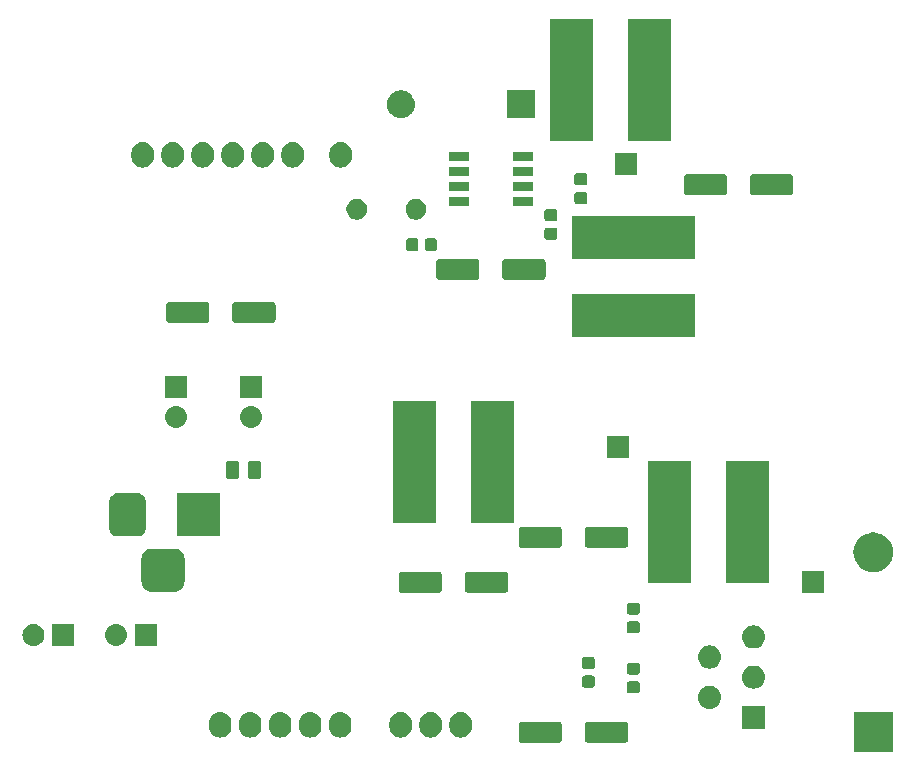
<source format=gts>
G04 #@! TF.GenerationSoftware,KiCad,Pcbnew,5.0.2+dfsg1-1~bpo9+1*
G04 #@! TF.CreationDate,2019-12-06T02:16:18-05:00*
G04 #@! TF.ProjectId,uno,756e6f2e-6b69-4636-9164-5f7063625858,v1.0*
G04 #@! TF.SameCoordinates,Original*
G04 #@! TF.FileFunction,Soldermask,Top*
G04 #@! TF.FilePolarity,Negative*
%FSLAX46Y46*%
G04 Gerber Fmt 4.6, Leading zero omitted, Abs format (unit mm)*
G04 Created by KiCad (PCBNEW 5.0.2+dfsg1-1~bpo9+1) date Fri 06 Dec 2019 02:16:18 AM EST*
%MOMM*%
%LPD*%
G01*
G04 APERTURE LIST*
%ADD10C,0.100000*%
G04 APERTURE END LIST*
D10*
G36*
X112801200Y-110896200D02*
X109448800Y-110896200D01*
X109448800Y-107543800D01*
X112801200Y-107543800D01*
X112801200Y-110896200D01*
X112801200Y-110896200D01*
G37*
G36*
X90158865Y-108348630D02*
X90203637Y-108362212D01*
X90244897Y-108384266D01*
X90281058Y-108413942D01*
X90310734Y-108450103D01*
X90332788Y-108491363D01*
X90346370Y-108536135D01*
X90351200Y-108585178D01*
X90351200Y-109854822D01*
X90346370Y-109903865D01*
X90332788Y-109948637D01*
X90310734Y-109989897D01*
X90281058Y-110026058D01*
X90244897Y-110055734D01*
X90203637Y-110077788D01*
X90158865Y-110091370D01*
X90109822Y-110096200D01*
X86940178Y-110096200D01*
X86891135Y-110091370D01*
X86846363Y-110077788D01*
X86805103Y-110055734D01*
X86768942Y-110026058D01*
X86739266Y-109989897D01*
X86717212Y-109948637D01*
X86703630Y-109903865D01*
X86698800Y-109854822D01*
X86698800Y-108585178D01*
X86703630Y-108536135D01*
X86717212Y-108491363D01*
X86739266Y-108450103D01*
X86768942Y-108413942D01*
X86805103Y-108384266D01*
X86846363Y-108362212D01*
X86891135Y-108348630D01*
X86940178Y-108343800D01*
X90109822Y-108343800D01*
X90158865Y-108348630D01*
X90158865Y-108348630D01*
G37*
G36*
X84558865Y-108348630D02*
X84603637Y-108362212D01*
X84644897Y-108384266D01*
X84681058Y-108413942D01*
X84710734Y-108450103D01*
X84732788Y-108491363D01*
X84746370Y-108536135D01*
X84751200Y-108585178D01*
X84751200Y-109854822D01*
X84746370Y-109903865D01*
X84732788Y-109948637D01*
X84710734Y-109989897D01*
X84681058Y-110026058D01*
X84644897Y-110055734D01*
X84603637Y-110077788D01*
X84558865Y-110091370D01*
X84509822Y-110096200D01*
X81340178Y-110096200D01*
X81291135Y-110091370D01*
X81246363Y-110077788D01*
X81205103Y-110055734D01*
X81168942Y-110026058D01*
X81139266Y-109989897D01*
X81117212Y-109948637D01*
X81103630Y-109903865D01*
X81098800Y-109854822D01*
X81098800Y-108585178D01*
X81103630Y-108536135D01*
X81117212Y-108491363D01*
X81139266Y-108450103D01*
X81168942Y-108413942D01*
X81205103Y-108384266D01*
X81246363Y-108362212D01*
X81291135Y-108348630D01*
X81340178Y-108343800D01*
X84509822Y-108343800D01*
X84558865Y-108348630D01*
X84558865Y-108348630D01*
G37*
G36*
X63633427Y-107506397D02*
X63633429Y-107506398D01*
X63633432Y-107506398D01*
X63810585Y-107560137D01*
X63963312Y-107641771D01*
X63973853Y-107647405D01*
X64116954Y-107764846D01*
X64234395Y-107907947D01*
X64234396Y-107907949D01*
X64321663Y-108071214D01*
X64375402Y-108248367D01*
X64375402Y-108248368D01*
X64375403Y-108248372D01*
X64389000Y-108386426D01*
X64389000Y-108783573D01*
X64375403Y-108921628D01*
X64375402Y-108921631D01*
X64375402Y-108921632D01*
X64321663Y-109098786D01*
X64240030Y-109251511D01*
X64234395Y-109262053D01*
X64116954Y-109405154D01*
X63973853Y-109522595D01*
X63973851Y-109522596D01*
X63810586Y-109609863D01*
X63633433Y-109663602D01*
X63633430Y-109663602D01*
X63633428Y-109663603D01*
X63449200Y-109681748D01*
X63264973Y-109663603D01*
X63264971Y-109663602D01*
X63264968Y-109663602D01*
X63087815Y-109609863D01*
X62924550Y-109522596D01*
X62924548Y-109522595D01*
X62781447Y-109405154D01*
X62664005Y-109262053D01*
X62658371Y-109251511D01*
X62576737Y-109098786D01*
X62522998Y-108921633D01*
X62522998Y-108921630D01*
X62522997Y-108921628D01*
X62509400Y-108783574D01*
X62509400Y-108386427D01*
X62522997Y-108248373D01*
X62522998Y-108248371D01*
X62522998Y-108248368D01*
X62576737Y-108071215D01*
X62664004Y-107907949D01*
X62664005Y-107907947D01*
X62781446Y-107764846D01*
X62924547Y-107647405D01*
X62935089Y-107641771D01*
X63087814Y-107560137D01*
X63264967Y-107506398D01*
X63264970Y-107506398D01*
X63264972Y-107506397D01*
X63449200Y-107488252D01*
X63633427Y-107506397D01*
X63633427Y-107506397D01*
G37*
G36*
X66173427Y-107506397D02*
X66173429Y-107506398D01*
X66173432Y-107506398D01*
X66350585Y-107560137D01*
X66503312Y-107641771D01*
X66513853Y-107647405D01*
X66656954Y-107764846D01*
X66774395Y-107907947D01*
X66774396Y-107907949D01*
X66861663Y-108071214D01*
X66915402Y-108248367D01*
X66915402Y-108248368D01*
X66915403Y-108248372D01*
X66929000Y-108386426D01*
X66929000Y-108783573D01*
X66915403Y-108921628D01*
X66915402Y-108921631D01*
X66915402Y-108921632D01*
X66861663Y-109098786D01*
X66780030Y-109251511D01*
X66774395Y-109262053D01*
X66656954Y-109405154D01*
X66513853Y-109522595D01*
X66513851Y-109522596D01*
X66350586Y-109609863D01*
X66173433Y-109663602D01*
X66173430Y-109663602D01*
X66173428Y-109663603D01*
X65989200Y-109681748D01*
X65804973Y-109663603D01*
X65804971Y-109663602D01*
X65804968Y-109663602D01*
X65627815Y-109609863D01*
X65464550Y-109522596D01*
X65464548Y-109522595D01*
X65321447Y-109405154D01*
X65204005Y-109262053D01*
X65198371Y-109251511D01*
X65116737Y-109098786D01*
X65062998Y-108921633D01*
X65062998Y-108921630D01*
X65062997Y-108921628D01*
X65049400Y-108783574D01*
X65049400Y-108386427D01*
X65062997Y-108248373D01*
X65062998Y-108248371D01*
X65062998Y-108248368D01*
X65116737Y-108071215D01*
X65204004Y-107907949D01*
X65204005Y-107907947D01*
X65321446Y-107764846D01*
X65464547Y-107647405D01*
X65475089Y-107641771D01*
X65627814Y-107560137D01*
X65804967Y-107506398D01*
X65804970Y-107506398D01*
X65804972Y-107506397D01*
X65989200Y-107488252D01*
X66173427Y-107506397D01*
X66173427Y-107506397D01*
G37*
G36*
X71278827Y-107506397D02*
X71278829Y-107506398D01*
X71278832Y-107506398D01*
X71455985Y-107560137D01*
X71608712Y-107641771D01*
X71619253Y-107647405D01*
X71762354Y-107764846D01*
X71879795Y-107907947D01*
X71879796Y-107907949D01*
X71967063Y-108071214D01*
X72020802Y-108248367D01*
X72020802Y-108248368D01*
X72020803Y-108248372D01*
X72034400Y-108386426D01*
X72034400Y-108783573D01*
X72020803Y-108921628D01*
X72020802Y-108921631D01*
X72020802Y-108921632D01*
X71967063Y-109098786D01*
X71885430Y-109251511D01*
X71879795Y-109262053D01*
X71762354Y-109405154D01*
X71619253Y-109522595D01*
X71619251Y-109522596D01*
X71455986Y-109609863D01*
X71278833Y-109663602D01*
X71278830Y-109663602D01*
X71278828Y-109663603D01*
X71094600Y-109681748D01*
X70910373Y-109663603D01*
X70910371Y-109663602D01*
X70910368Y-109663602D01*
X70733215Y-109609863D01*
X70569950Y-109522596D01*
X70569948Y-109522595D01*
X70426847Y-109405154D01*
X70309405Y-109262053D01*
X70303771Y-109251511D01*
X70222137Y-109098786D01*
X70168398Y-108921633D01*
X70168398Y-108921630D01*
X70168397Y-108921628D01*
X70154800Y-108783574D01*
X70154800Y-108386427D01*
X70168397Y-108248373D01*
X70168398Y-108248371D01*
X70168398Y-108248368D01*
X70222137Y-108071215D01*
X70309404Y-107907949D01*
X70309405Y-107907947D01*
X70426846Y-107764846D01*
X70569947Y-107647405D01*
X70580489Y-107641771D01*
X70733214Y-107560137D01*
X70910367Y-107506398D01*
X70910370Y-107506398D01*
X70910372Y-107506397D01*
X71094600Y-107488252D01*
X71278827Y-107506397D01*
X71278827Y-107506397D01*
G37*
G36*
X73818827Y-107506397D02*
X73818829Y-107506398D01*
X73818832Y-107506398D01*
X73995985Y-107560137D01*
X74148712Y-107641771D01*
X74159253Y-107647405D01*
X74302354Y-107764846D01*
X74419795Y-107907947D01*
X74419796Y-107907949D01*
X74507063Y-108071214D01*
X74560802Y-108248367D01*
X74560802Y-108248368D01*
X74560803Y-108248372D01*
X74574400Y-108386426D01*
X74574400Y-108783573D01*
X74560803Y-108921628D01*
X74560802Y-108921631D01*
X74560802Y-108921632D01*
X74507063Y-109098786D01*
X74425430Y-109251511D01*
X74419795Y-109262053D01*
X74302354Y-109405154D01*
X74159253Y-109522595D01*
X74159251Y-109522596D01*
X73995986Y-109609863D01*
X73818833Y-109663602D01*
X73818830Y-109663602D01*
X73818828Y-109663603D01*
X73634600Y-109681748D01*
X73450373Y-109663603D01*
X73450371Y-109663602D01*
X73450368Y-109663602D01*
X73273215Y-109609863D01*
X73109950Y-109522596D01*
X73109948Y-109522595D01*
X72966847Y-109405154D01*
X72849405Y-109262053D01*
X72843771Y-109251511D01*
X72762137Y-109098786D01*
X72708398Y-108921633D01*
X72708398Y-108921630D01*
X72708397Y-108921628D01*
X72694800Y-108783574D01*
X72694800Y-108386427D01*
X72708397Y-108248373D01*
X72708398Y-108248371D01*
X72708398Y-108248368D01*
X72762137Y-108071215D01*
X72849404Y-107907949D01*
X72849405Y-107907947D01*
X72966846Y-107764846D01*
X73109947Y-107647405D01*
X73120489Y-107641771D01*
X73273214Y-107560137D01*
X73450367Y-107506398D01*
X73450370Y-107506398D01*
X73450372Y-107506397D01*
X73634600Y-107488252D01*
X73818827Y-107506397D01*
X73818827Y-107506397D01*
G37*
G36*
X76358827Y-107506397D02*
X76358829Y-107506398D01*
X76358832Y-107506398D01*
X76535985Y-107560137D01*
X76688712Y-107641771D01*
X76699253Y-107647405D01*
X76842354Y-107764846D01*
X76959795Y-107907947D01*
X76959796Y-107907949D01*
X77047063Y-108071214D01*
X77100802Y-108248367D01*
X77100802Y-108248368D01*
X77100803Y-108248372D01*
X77114400Y-108386426D01*
X77114400Y-108783573D01*
X77100803Y-108921628D01*
X77100802Y-108921631D01*
X77100802Y-108921632D01*
X77047063Y-109098786D01*
X76965430Y-109251511D01*
X76959795Y-109262053D01*
X76842354Y-109405154D01*
X76699253Y-109522595D01*
X76699251Y-109522596D01*
X76535986Y-109609863D01*
X76358833Y-109663602D01*
X76358830Y-109663602D01*
X76358828Y-109663603D01*
X76174600Y-109681748D01*
X75990373Y-109663603D01*
X75990371Y-109663602D01*
X75990368Y-109663602D01*
X75813215Y-109609863D01*
X75649950Y-109522596D01*
X75649948Y-109522595D01*
X75506847Y-109405154D01*
X75389405Y-109262053D01*
X75383771Y-109251511D01*
X75302137Y-109098786D01*
X75248398Y-108921633D01*
X75248398Y-108921630D01*
X75248397Y-108921628D01*
X75234800Y-108783574D01*
X75234800Y-108386427D01*
X75248397Y-108248373D01*
X75248398Y-108248371D01*
X75248398Y-108248368D01*
X75302137Y-108071215D01*
X75389404Y-107907949D01*
X75389405Y-107907947D01*
X75506846Y-107764846D01*
X75649947Y-107647405D01*
X75660489Y-107641771D01*
X75813214Y-107560137D01*
X75990367Y-107506398D01*
X75990370Y-107506398D01*
X75990372Y-107506397D01*
X76174600Y-107488252D01*
X76358827Y-107506397D01*
X76358827Y-107506397D01*
G37*
G36*
X61093427Y-107506397D02*
X61093429Y-107506398D01*
X61093432Y-107506398D01*
X61270585Y-107560137D01*
X61423312Y-107641771D01*
X61433853Y-107647405D01*
X61576954Y-107764846D01*
X61694395Y-107907947D01*
X61694396Y-107907949D01*
X61781663Y-108071214D01*
X61835402Y-108248367D01*
X61835402Y-108248368D01*
X61835403Y-108248372D01*
X61849000Y-108386426D01*
X61849000Y-108783573D01*
X61835403Y-108921628D01*
X61835402Y-108921631D01*
X61835402Y-108921632D01*
X61781663Y-109098786D01*
X61700030Y-109251511D01*
X61694395Y-109262053D01*
X61576954Y-109405154D01*
X61433853Y-109522595D01*
X61433851Y-109522596D01*
X61270586Y-109609863D01*
X61093433Y-109663602D01*
X61093430Y-109663602D01*
X61093428Y-109663603D01*
X60909200Y-109681748D01*
X60724973Y-109663603D01*
X60724971Y-109663602D01*
X60724968Y-109663602D01*
X60547815Y-109609863D01*
X60384550Y-109522596D01*
X60384548Y-109522595D01*
X60241447Y-109405154D01*
X60124005Y-109262053D01*
X60118371Y-109251511D01*
X60036737Y-109098786D01*
X59982998Y-108921633D01*
X59982998Y-108921630D01*
X59982997Y-108921628D01*
X59969400Y-108783574D01*
X59969400Y-108386427D01*
X59982997Y-108248373D01*
X59982998Y-108248371D01*
X59982998Y-108248368D01*
X60036737Y-108071215D01*
X60124004Y-107907949D01*
X60124005Y-107907947D01*
X60241446Y-107764846D01*
X60384547Y-107647405D01*
X60395089Y-107641771D01*
X60547814Y-107560137D01*
X60724967Y-107506398D01*
X60724970Y-107506398D01*
X60724972Y-107506397D01*
X60909200Y-107488252D01*
X61093427Y-107506397D01*
X61093427Y-107506397D01*
G37*
G36*
X58553427Y-107506397D02*
X58553429Y-107506398D01*
X58553432Y-107506398D01*
X58730585Y-107560137D01*
X58883312Y-107641771D01*
X58893853Y-107647405D01*
X59036954Y-107764846D01*
X59154395Y-107907947D01*
X59154396Y-107907949D01*
X59241663Y-108071214D01*
X59295402Y-108248367D01*
X59295402Y-108248368D01*
X59295403Y-108248372D01*
X59309000Y-108386426D01*
X59309000Y-108783573D01*
X59295403Y-108921628D01*
X59295402Y-108921631D01*
X59295402Y-108921632D01*
X59241663Y-109098786D01*
X59160030Y-109251511D01*
X59154395Y-109262053D01*
X59036954Y-109405154D01*
X58893853Y-109522595D01*
X58893851Y-109522596D01*
X58730586Y-109609863D01*
X58553433Y-109663602D01*
X58553430Y-109663602D01*
X58553428Y-109663603D01*
X58369200Y-109681748D01*
X58184973Y-109663603D01*
X58184971Y-109663602D01*
X58184968Y-109663602D01*
X58007815Y-109609863D01*
X57844550Y-109522596D01*
X57844548Y-109522595D01*
X57701447Y-109405154D01*
X57584005Y-109262053D01*
X57578371Y-109251511D01*
X57496737Y-109098786D01*
X57442998Y-108921633D01*
X57442998Y-108921630D01*
X57442997Y-108921628D01*
X57429400Y-108783574D01*
X57429400Y-108386427D01*
X57442997Y-108248373D01*
X57442998Y-108248371D01*
X57442998Y-108248368D01*
X57496737Y-108071215D01*
X57584004Y-107907949D01*
X57584005Y-107907947D01*
X57701446Y-107764846D01*
X57844547Y-107647405D01*
X57855089Y-107641771D01*
X58007814Y-107560137D01*
X58184967Y-107506398D01*
X58184970Y-107506398D01*
X58184972Y-107506397D01*
X58369200Y-107488252D01*
X58553427Y-107506397D01*
X58553427Y-107506397D01*
G37*
G36*
X56013427Y-107506397D02*
X56013429Y-107506398D01*
X56013432Y-107506398D01*
X56190585Y-107560137D01*
X56343312Y-107641771D01*
X56353853Y-107647405D01*
X56496954Y-107764846D01*
X56614395Y-107907947D01*
X56614396Y-107907949D01*
X56701663Y-108071214D01*
X56755402Y-108248367D01*
X56755402Y-108248368D01*
X56755403Y-108248372D01*
X56769000Y-108386426D01*
X56769000Y-108783573D01*
X56755403Y-108921628D01*
X56755402Y-108921631D01*
X56755402Y-108921632D01*
X56701663Y-109098786D01*
X56620030Y-109251511D01*
X56614395Y-109262053D01*
X56496954Y-109405154D01*
X56353853Y-109522595D01*
X56353851Y-109522596D01*
X56190586Y-109609863D01*
X56013433Y-109663602D01*
X56013430Y-109663602D01*
X56013428Y-109663603D01*
X55829200Y-109681748D01*
X55644973Y-109663603D01*
X55644971Y-109663602D01*
X55644968Y-109663602D01*
X55467815Y-109609863D01*
X55304550Y-109522596D01*
X55304548Y-109522595D01*
X55161447Y-109405154D01*
X55044005Y-109262053D01*
X55038371Y-109251511D01*
X54956737Y-109098786D01*
X54902998Y-108921633D01*
X54902998Y-108921630D01*
X54902997Y-108921628D01*
X54889400Y-108783574D01*
X54889400Y-108386427D01*
X54902997Y-108248373D01*
X54902998Y-108248371D01*
X54902998Y-108248368D01*
X54956737Y-108071215D01*
X55044004Y-107907949D01*
X55044005Y-107907947D01*
X55161446Y-107764846D01*
X55304547Y-107647405D01*
X55315089Y-107641771D01*
X55467814Y-107560137D01*
X55644967Y-107506398D01*
X55644970Y-107506398D01*
X55644972Y-107506397D01*
X55829200Y-107488252D01*
X56013427Y-107506397D01*
X56013427Y-107506397D01*
G37*
G36*
X101941200Y-108926200D02*
X99988800Y-108926200D01*
X99988800Y-106973800D01*
X101941200Y-106973800D01*
X101941200Y-108926200D01*
X101941200Y-108926200D01*
G37*
G36*
X97456365Y-105287924D02*
X97456368Y-105287925D01*
X97456369Y-105287925D01*
X97640383Y-105343745D01*
X97809972Y-105434392D01*
X97958617Y-105556383D01*
X98080608Y-105705028D01*
X98171255Y-105874617D01*
X98171255Y-105874618D01*
X98227076Y-106058635D01*
X98245924Y-106250000D01*
X98227076Y-106441365D01*
X98227075Y-106441368D01*
X98227075Y-106441369D01*
X98171255Y-106625383D01*
X98080608Y-106794972D01*
X97958617Y-106943617D01*
X97809972Y-107065608D01*
X97640383Y-107156255D01*
X97456369Y-107212075D01*
X97456368Y-107212075D01*
X97456365Y-107212076D01*
X97312960Y-107226200D01*
X97217040Y-107226200D01*
X97073635Y-107212076D01*
X97073632Y-107212075D01*
X97073631Y-107212075D01*
X96889617Y-107156255D01*
X96720028Y-107065608D01*
X96571383Y-106943617D01*
X96449392Y-106794972D01*
X96358745Y-106625383D01*
X96302925Y-106441369D01*
X96302925Y-106441368D01*
X96302924Y-106441365D01*
X96284076Y-106250000D01*
X96302924Y-106058635D01*
X96358745Y-105874618D01*
X96358745Y-105874617D01*
X96449392Y-105705028D01*
X96571383Y-105556383D01*
X96720028Y-105434392D01*
X96889617Y-105343745D01*
X97073631Y-105287925D01*
X97073632Y-105287925D01*
X97073635Y-105287924D01*
X97217040Y-105273800D01*
X97312960Y-105273800D01*
X97456365Y-105287924D01*
X97456365Y-105287924D01*
G37*
G36*
X91169855Y-104900988D02*
X91213224Y-104914144D01*
X91253202Y-104935512D01*
X91288236Y-104964264D01*
X91316988Y-104999298D01*
X91338356Y-105039276D01*
X91351512Y-105082645D01*
X91356200Y-105130241D01*
X91356200Y-105689759D01*
X91351512Y-105737355D01*
X91338356Y-105780724D01*
X91316988Y-105820702D01*
X91288236Y-105855736D01*
X91253202Y-105884488D01*
X91213224Y-105905856D01*
X91169855Y-105919012D01*
X91122259Y-105923700D01*
X90487741Y-105923700D01*
X90440145Y-105919012D01*
X90396776Y-105905856D01*
X90356798Y-105884488D01*
X90321764Y-105855736D01*
X90293012Y-105820702D01*
X90271644Y-105780724D01*
X90258488Y-105737355D01*
X90253800Y-105689759D01*
X90253800Y-105130241D01*
X90258488Y-105082645D01*
X90271644Y-105039276D01*
X90293012Y-104999298D01*
X90321764Y-104964264D01*
X90356798Y-104935512D01*
X90396776Y-104914144D01*
X90440145Y-104900988D01*
X90487741Y-104896300D01*
X91122259Y-104896300D01*
X91169855Y-104900988D01*
X91169855Y-104900988D01*
G37*
G36*
X101156365Y-103587924D02*
X101156368Y-103587925D01*
X101156369Y-103587925D01*
X101340383Y-103643745D01*
X101509972Y-103734392D01*
X101658617Y-103856383D01*
X101780608Y-104005028D01*
X101871255Y-104174617D01*
X101922565Y-104343765D01*
X101927076Y-104358635D01*
X101945924Y-104550000D01*
X101927076Y-104741365D01*
X101927075Y-104741368D01*
X101927075Y-104741369D01*
X101871255Y-104925383D01*
X101780608Y-105094972D01*
X101658617Y-105243617D01*
X101509972Y-105365608D01*
X101340383Y-105456255D01*
X101156369Y-105512075D01*
X101156368Y-105512075D01*
X101156365Y-105512076D01*
X101012960Y-105526200D01*
X100917040Y-105526200D01*
X100773635Y-105512076D01*
X100773632Y-105512075D01*
X100773631Y-105512075D01*
X100589617Y-105456255D01*
X100420028Y-105365608D01*
X100271383Y-105243617D01*
X100149392Y-105094972D01*
X100058745Y-104925383D01*
X100002925Y-104741369D01*
X100002925Y-104741368D01*
X100002924Y-104741365D01*
X99984076Y-104550000D01*
X100002924Y-104358635D01*
X100007435Y-104343765D01*
X100058745Y-104174617D01*
X100149392Y-104005028D01*
X100271383Y-103856383D01*
X100420028Y-103734392D01*
X100589617Y-103643745D01*
X100773631Y-103587925D01*
X100773632Y-103587925D01*
X100773635Y-103587924D01*
X100917040Y-103573800D01*
X101012960Y-103573800D01*
X101156365Y-103587924D01*
X101156365Y-103587924D01*
G37*
G36*
X87359855Y-104418488D02*
X87403224Y-104431644D01*
X87443202Y-104453012D01*
X87478236Y-104481764D01*
X87506988Y-104516798D01*
X87528356Y-104556776D01*
X87541512Y-104600145D01*
X87546200Y-104647741D01*
X87546200Y-105207259D01*
X87541512Y-105254855D01*
X87528356Y-105298224D01*
X87506988Y-105338202D01*
X87478236Y-105373236D01*
X87443202Y-105401988D01*
X87403224Y-105423356D01*
X87359855Y-105436512D01*
X87312259Y-105441200D01*
X86677741Y-105441200D01*
X86630145Y-105436512D01*
X86586776Y-105423356D01*
X86546798Y-105401988D01*
X86511764Y-105373236D01*
X86483012Y-105338202D01*
X86461644Y-105298224D01*
X86448488Y-105254855D01*
X86443800Y-105207259D01*
X86443800Y-104647741D01*
X86448488Y-104600145D01*
X86461644Y-104556776D01*
X86483012Y-104516798D01*
X86511764Y-104481764D01*
X86546798Y-104453012D01*
X86586776Y-104431644D01*
X86630145Y-104418488D01*
X86677741Y-104413800D01*
X87312259Y-104413800D01*
X87359855Y-104418488D01*
X87359855Y-104418488D01*
G37*
G36*
X91169855Y-103325988D02*
X91213224Y-103339144D01*
X91253202Y-103360512D01*
X91288236Y-103389264D01*
X91316988Y-103424298D01*
X91338356Y-103464276D01*
X91351512Y-103507645D01*
X91356200Y-103555241D01*
X91356200Y-104114759D01*
X91351512Y-104162355D01*
X91338356Y-104205724D01*
X91316988Y-104245702D01*
X91288236Y-104280736D01*
X91253202Y-104309488D01*
X91213224Y-104330856D01*
X91169855Y-104344012D01*
X91122259Y-104348700D01*
X90487741Y-104348700D01*
X90440145Y-104344012D01*
X90396776Y-104330856D01*
X90356798Y-104309488D01*
X90321764Y-104280736D01*
X90293012Y-104245702D01*
X90271644Y-104205724D01*
X90258488Y-104162355D01*
X90253800Y-104114759D01*
X90253800Y-103555241D01*
X90258488Y-103507645D01*
X90271644Y-103464276D01*
X90293012Y-103424298D01*
X90321764Y-103389264D01*
X90356798Y-103360512D01*
X90396776Y-103339144D01*
X90440145Y-103325988D01*
X90487741Y-103321300D01*
X91122259Y-103321300D01*
X91169855Y-103325988D01*
X91169855Y-103325988D01*
G37*
G36*
X87359855Y-102843488D02*
X87403224Y-102856644D01*
X87443202Y-102878012D01*
X87478236Y-102906764D01*
X87506988Y-102941798D01*
X87528356Y-102981776D01*
X87541512Y-103025145D01*
X87546200Y-103072741D01*
X87546200Y-103632259D01*
X87541512Y-103679855D01*
X87528356Y-103723224D01*
X87506988Y-103763202D01*
X87478236Y-103798236D01*
X87443202Y-103826988D01*
X87403224Y-103848356D01*
X87359855Y-103861512D01*
X87312259Y-103866200D01*
X86677741Y-103866200D01*
X86630145Y-103861512D01*
X86586776Y-103848356D01*
X86546798Y-103826988D01*
X86511764Y-103798236D01*
X86483012Y-103763202D01*
X86461644Y-103723224D01*
X86448488Y-103679855D01*
X86443800Y-103632259D01*
X86443800Y-103072741D01*
X86448488Y-103025145D01*
X86461644Y-102981776D01*
X86483012Y-102941798D01*
X86511764Y-102906764D01*
X86546798Y-102878012D01*
X86586776Y-102856644D01*
X86630145Y-102843488D01*
X86677741Y-102838800D01*
X87312259Y-102838800D01*
X87359855Y-102843488D01*
X87359855Y-102843488D01*
G37*
G36*
X97456365Y-101887924D02*
X97456368Y-101887925D01*
X97456369Y-101887925D01*
X97640383Y-101943745D01*
X97809972Y-102034392D01*
X97958617Y-102156383D01*
X98080608Y-102305028D01*
X98171255Y-102474617D01*
X98171255Y-102474618D01*
X98227076Y-102658635D01*
X98245924Y-102850000D01*
X98227076Y-103041365D01*
X98227075Y-103041368D01*
X98227075Y-103041369D01*
X98171255Y-103225383D01*
X98080608Y-103394972D01*
X97958617Y-103543617D01*
X97809972Y-103665608D01*
X97640383Y-103756255D01*
X97456369Y-103812075D01*
X97456368Y-103812075D01*
X97456365Y-103812076D01*
X97312960Y-103826200D01*
X97217040Y-103826200D01*
X97073635Y-103812076D01*
X97073632Y-103812075D01*
X97073631Y-103812075D01*
X96889617Y-103756255D01*
X96720028Y-103665608D01*
X96571383Y-103543617D01*
X96449392Y-103394972D01*
X96358745Y-103225383D01*
X96302925Y-103041369D01*
X96302925Y-103041368D01*
X96302924Y-103041365D01*
X96284076Y-102850000D01*
X96302924Y-102658635D01*
X96358745Y-102474618D01*
X96358745Y-102474617D01*
X96449392Y-102305028D01*
X96571383Y-102156383D01*
X96720028Y-102034392D01*
X96889617Y-101943745D01*
X97073631Y-101887925D01*
X97073632Y-101887925D01*
X97073635Y-101887924D01*
X97217040Y-101873800D01*
X97312960Y-101873800D01*
X97456365Y-101887924D01*
X97456365Y-101887924D01*
G37*
G36*
X101156365Y-100187924D02*
X101156368Y-100187925D01*
X101156369Y-100187925D01*
X101340383Y-100243745D01*
X101509972Y-100334392D01*
X101658617Y-100456383D01*
X101780608Y-100605028D01*
X101871255Y-100774617D01*
X101879080Y-100800413D01*
X101927076Y-100958635D01*
X101945924Y-101150000D01*
X101927076Y-101341365D01*
X101927075Y-101341368D01*
X101927075Y-101341369D01*
X101871255Y-101525383D01*
X101780608Y-101694972D01*
X101658617Y-101843617D01*
X101509972Y-101965608D01*
X101340383Y-102056255D01*
X101156369Y-102112075D01*
X101156368Y-102112075D01*
X101156365Y-102112076D01*
X101012960Y-102126200D01*
X100917040Y-102126200D01*
X100773635Y-102112076D01*
X100773632Y-102112075D01*
X100773631Y-102112075D01*
X100589617Y-102056255D01*
X100420028Y-101965608D01*
X100271383Y-101843617D01*
X100149392Y-101694972D01*
X100058745Y-101525383D01*
X100002925Y-101341369D01*
X100002925Y-101341368D01*
X100002924Y-101341365D01*
X99984076Y-101150000D01*
X100002924Y-100958635D01*
X100050920Y-100800413D01*
X100058745Y-100774617D01*
X100149392Y-100605028D01*
X100271383Y-100456383D01*
X100420028Y-100334392D01*
X100589617Y-100243745D01*
X100773631Y-100187925D01*
X100773632Y-100187925D01*
X100773635Y-100187924D01*
X100917040Y-100173800D01*
X101012960Y-100173800D01*
X101156365Y-100187924D01*
X101156365Y-100187924D01*
G37*
G36*
X43471200Y-101891200D02*
X41618800Y-101891200D01*
X41618800Y-100038800D01*
X43471200Y-100038800D01*
X43471200Y-101891200D01*
X43471200Y-101891200D01*
G37*
G36*
X40186563Y-100052201D02*
X40186566Y-100052202D01*
X40186567Y-100052202D01*
X40361156Y-100105163D01*
X40522059Y-100191167D01*
X40663091Y-100306909D01*
X40778833Y-100447941D01*
X40864837Y-100608844D01*
X40915124Y-100774617D01*
X40917799Y-100783437D01*
X40935682Y-100965000D01*
X40917799Y-101146563D01*
X40917798Y-101146566D01*
X40917798Y-101146567D01*
X40864837Y-101321156D01*
X40778833Y-101482059D01*
X40663091Y-101623091D01*
X40522059Y-101738833D01*
X40361156Y-101824837D01*
X40186567Y-101877798D01*
X40186566Y-101877798D01*
X40186563Y-101877799D01*
X40050501Y-101891200D01*
X39959499Y-101891200D01*
X39823437Y-101877799D01*
X39823434Y-101877798D01*
X39823433Y-101877798D01*
X39648844Y-101824837D01*
X39487941Y-101738833D01*
X39346909Y-101623091D01*
X39231167Y-101482059D01*
X39145163Y-101321156D01*
X39092202Y-101146567D01*
X39092202Y-101146566D01*
X39092201Y-101146563D01*
X39074318Y-100965000D01*
X39092201Y-100783437D01*
X39094877Y-100774617D01*
X39145163Y-100608844D01*
X39231167Y-100447941D01*
X39346909Y-100306909D01*
X39487941Y-100191167D01*
X39648844Y-100105163D01*
X39823433Y-100052202D01*
X39823434Y-100052202D01*
X39823437Y-100052201D01*
X39959499Y-100038800D01*
X40050501Y-100038800D01*
X40186563Y-100052201D01*
X40186563Y-100052201D01*
G37*
G36*
X50456200Y-101891200D02*
X48603800Y-101891200D01*
X48603800Y-100038800D01*
X50456200Y-100038800D01*
X50456200Y-101891200D01*
X50456200Y-101891200D01*
G37*
G36*
X47171563Y-100052201D02*
X47171566Y-100052202D01*
X47171567Y-100052202D01*
X47346156Y-100105163D01*
X47507059Y-100191167D01*
X47648091Y-100306909D01*
X47763833Y-100447941D01*
X47849837Y-100608844D01*
X47900124Y-100774617D01*
X47902799Y-100783437D01*
X47920682Y-100965000D01*
X47902799Y-101146563D01*
X47902798Y-101146566D01*
X47902798Y-101146567D01*
X47849837Y-101321156D01*
X47763833Y-101482059D01*
X47648091Y-101623091D01*
X47507059Y-101738833D01*
X47346156Y-101824837D01*
X47171567Y-101877798D01*
X47171566Y-101877798D01*
X47171563Y-101877799D01*
X47035501Y-101891200D01*
X46944499Y-101891200D01*
X46808437Y-101877799D01*
X46808434Y-101877798D01*
X46808433Y-101877798D01*
X46633844Y-101824837D01*
X46472941Y-101738833D01*
X46331909Y-101623091D01*
X46216167Y-101482059D01*
X46130163Y-101321156D01*
X46077202Y-101146567D01*
X46077202Y-101146566D01*
X46077201Y-101146563D01*
X46059318Y-100965000D01*
X46077201Y-100783437D01*
X46079877Y-100774617D01*
X46130163Y-100608844D01*
X46216167Y-100447941D01*
X46331909Y-100306909D01*
X46472941Y-100191167D01*
X46633844Y-100105163D01*
X46808433Y-100052202D01*
X46808434Y-100052202D01*
X46808437Y-100052201D01*
X46944499Y-100038800D01*
X47035501Y-100038800D01*
X47171563Y-100052201D01*
X47171563Y-100052201D01*
G37*
G36*
X91169855Y-99820988D02*
X91213224Y-99834144D01*
X91253202Y-99855512D01*
X91288236Y-99884264D01*
X91316988Y-99919298D01*
X91338356Y-99959276D01*
X91351512Y-100002645D01*
X91356200Y-100050241D01*
X91356200Y-100609759D01*
X91351512Y-100657355D01*
X91338356Y-100700724D01*
X91316988Y-100740702D01*
X91288236Y-100775736D01*
X91253202Y-100804488D01*
X91213224Y-100825856D01*
X91169855Y-100839012D01*
X91122259Y-100843700D01*
X90487741Y-100843700D01*
X90440145Y-100839012D01*
X90396776Y-100825856D01*
X90356798Y-100804488D01*
X90321764Y-100775736D01*
X90293012Y-100740702D01*
X90271644Y-100700724D01*
X90258488Y-100657355D01*
X90253800Y-100609759D01*
X90253800Y-100050241D01*
X90258488Y-100002645D01*
X90271644Y-99959276D01*
X90293012Y-99919298D01*
X90321764Y-99884264D01*
X90356798Y-99855512D01*
X90396776Y-99834144D01*
X90440145Y-99820988D01*
X90487741Y-99816300D01*
X91122259Y-99816300D01*
X91169855Y-99820988D01*
X91169855Y-99820988D01*
G37*
G36*
X91169855Y-98245988D02*
X91213224Y-98259144D01*
X91253202Y-98280512D01*
X91288236Y-98309264D01*
X91316988Y-98344298D01*
X91338356Y-98384276D01*
X91351512Y-98427645D01*
X91356200Y-98475241D01*
X91356200Y-99034759D01*
X91351512Y-99082355D01*
X91338356Y-99125724D01*
X91316988Y-99165702D01*
X91288236Y-99200736D01*
X91253202Y-99229488D01*
X91213224Y-99250856D01*
X91169855Y-99264012D01*
X91122259Y-99268700D01*
X90487741Y-99268700D01*
X90440145Y-99264012D01*
X90396776Y-99250856D01*
X90356798Y-99229488D01*
X90321764Y-99200736D01*
X90293012Y-99165702D01*
X90271644Y-99125724D01*
X90258488Y-99082355D01*
X90253800Y-99034759D01*
X90253800Y-98475241D01*
X90258488Y-98427645D01*
X90271644Y-98384276D01*
X90293012Y-98344298D01*
X90321764Y-98309264D01*
X90356798Y-98280512D01*
X90396776Y-98259144D01*
X90440145Y-98245988D01*
X90487741Y-98241300D01*
X91122259Y-98241300D01*
X91169855Y-98245988D01*
X91169855Y-98245988D01*
G37*
G36*
X106971200Y-97446200D02*
X105118800Y-97446200D01*
X105118800Y-95593800D01*
X106971200Y-95593800D01*
X106971200Y-97446200D01*
X106971200Y-97446200D01*
G37*
G36*
X79998865Y-95648630D02*
X80043637Y-95662212D01*
X80084897Y-95684266D01*
X80121058Y-95713942D01*
X80150734Y-95750103D01*
X80172788Y-95791363D01*
X80186370Y-95836135D01*
X80191200Y-95885178D01*
X80191200Y-97154822D01*
X80186370Y-97203865D01*
X80172788Y-97248637D01*
X80150734Y-97289897D01*
X80121058Y-97326058D01*
X80084897Y-97355734D01*
X80043637Y-97377788D01*
X79998865Y-97391370D01*
X79949822Y-97396200D01*
X76780178Y-97396200D01*
X76731135Y-97391370D01*
X76686363Y-97377788D01*
X76645103Y-97355734D01*
X76608942Y-97326058D01*
X76579266Y-97289897D01*
X76557212Y-97248637D01*
X76543630Y-97203865D01*
X76538800Y-97154822D01*
X76538800Y-95885178D01*
X76543630Y-95836135D01*
X76557212Y-95791363D01*
X76579266Y-95750103D01*
X76608942Y-95713942D01*
X76645103Y-95684266D01*
X76686363Y-95662212D01*
X76731135Y-95648630D01*
X76780178Y-95643800D01*
X79949822Y-95643800D01*
X79998865Y-95648630D01*
X79998865Y-95648630D01*
G37*
G36*
X74398865Y-95648630D02*
X74443637Y-95662212D01*
X74484897Y-95684266D01*
X74521058Y-95713942D01*
X74550734Y-95750103D01*
X74572788Y-95791363D01*
X74586370Y-95836135D01*
X74591200Y-95885178D01*
X74591200Y-97154822D01*
X74586370Y-97203865D01*
X74572788Y-97248637D01*
X74550734Y-97289897D01*
X74521058Y-97326058D01*
X74484897Y-97355734D01*
X74443637Y-97377788D01*
X74398865Y-97391370D01*
X74349822Y-97396200D01*
X71180178Y-97396200D01*
X71131135Y-97391370D01*
X71086363Y-97377788D01*
X71045103Y-97355734D01*
X71008942Y-97326058D01*
X70979266Y-97289897D01*
X70957212Y-97248637D01*
X70943630Y-97203865D01*
X70938800Y-97154822D01*
X70938800Y-95885178D01*
X70943630Y-95836135D01*
X70957212Y-95791363D01*
X70979266Y-95750103D01*
X71008942Y-95713942D01*
X71045103Y-95684266D01*
X71086363Y-95662212D01*
X71131135Y-95648630D01*
X71180178Y-95643800D01*
X74349822Y-95643800D01*
X74398865Y-95648630D01*
X74398865Y-95648630D01*
G37*
G36*
X52086630Y-93696097D02*
X52253113Y-93746599D01*
X52406545Y-93828610D01*
X52541025Y-93938975D01*
X52651390Y-94073455D01*
X52733401Y-94226887D01*
X52783903Y-94393370D01*
X52801200Y-94568991D01*
X52801200Y-96441009D01*
X52783903Y-96616630D01*
X52733401Y-96783113D01*
X52651390Y-96936545D01*
X52541025Y-97071025D01*
X52406545Y-97181390D01*
X52253113Y-97263401D01*
X52086630Y-97313903D01*
X51911009Y-97331200D01*
X50038991Y-97331200D01*
X49863370Y-97313903D01*
X49696887Y-97263401D01*
X49543455Y-97181390D01*
X49408975Y-97071025D01*
X49298610Y-96936545D01*
X49216599Y-96783113D01*
X49166097Y-96616630D01*
X49148800Y-96441009D01*
X49148800Y-94568991D01*
X49166097Y-94393370D01*
X49216599Y-94226887D01*
X49298610Y-94073455D01*
X49408975Y-93938975D01*
X49543455Y-93828610D01*
X49696887Y-93746599D01*
X49863370Y-93696097D01*
X50038991Y-93678800D01*
X51911009Y-93678800D01*
X52086630Y-93696097D01*
X52086630Y-93696097D01*
G37*
G36*
X95681200Y-96616200D02*
X92028800Y-96616200D01*
X92028800Y-86263800D01*
X95681200Y-86263800D01*
X95681200Y-96616200D01*
X95681200Y-96616200D01*
G37*
G36*
X102281200Y-96616200D02*
X98628800Y-96616200D01*
X98628800Y-86263800D01*
X102281200Y-86263800D01*
X102281200Y-96616200D01*
X102281200Y-96616200D01*
G37*
G36*
X111453589Y-92328052D02*
X111681622Y-92397225D01*
X111769558Y-92423900D01*
X111916527Y-92502457D01*
X112060754Y-92579548D01*
X112315987Y-92789013D01*
X112525452Y-93044246D01*
X112525453Y-93044248D01*
X112681100Y-93335442D01*
X112681100Y-93335443D01*
X112776948Y-93651411D01*
X112809311Y-93980000D01*
X112776948Y-94308589D01*
X112707775Y-94536622D01*
X112681100Y-94624558D01*
X112543253Y-94882450D01*
X112525452Y-94915754D01*
X112315987Y-95170987D01*
X112060754Y-95380452D01*
X112060752Y-95380453D01*
X111769558Y-95536100D01*
X111681622Y-95562775D01*
X111453589Y-95631948D01*
X111207350Y-95656200D01*
X111042650Y-95656200D01*
X110796411Y-95631948D01*
X110568378Y-95562775D01*
X110480442Y-95536100D01*
X110189248Y-95380453D01*
X110189246Y-95380452D01*
X109934013Y-95170987D01*
X109724548Y-94915754D01*
X109706747Y-94882450D01*
X109568900Y-94624558D01*
X109542225Y-94536622D01*
X109473052Y-94308589D01*
X109440689Y-93980000D01*
X109473052Y-93651411D01*
X109568900Y-93335443D01*
X109568900Y-93335442D01*
X109724547Y-93044248D01*
X109724548Y-93044246D01*
X109934013Y-92789013D01*
X110189246Y-92579548D01*
X110333473Y-92502457D01*
X110480442Y-92423900D01*
X110568378Y-92397225D01*
X110796411Y-92328052D01*
X111042650Y-92303800D01*
X111207350Y-92303800D01*
X111453589Y-92328052D01*
X111453589Y-92328052D01*
G37*
G36*
X84558865Y-91838630D02*
X84603637Y-91852212D01*
X84644897Y-91874266D01*
X84681058Y-91903942D01*
X84710734Y-91940103D01*
X84732788Y-91981363D01*
X84746370Y-92026135D01*
X84751200Y-92075178D01*
X84751200Y-93344822D01*
X84746370Y-93393865D01*
X84732788Y-93438637D01*
X84710734Y-93479897D01*
X84681058Y-93516058D01*
X84644897Y-93545734D01*
X84603637Y-93567788D01*
X84558865Y-93581370D01*
X84509822Y-93586200D01*
X81340178Y-93586200D01*
X81291135Y-93581370D01*
X81246363Y-93567788D01*
X81205103Y-93545734D01*
X81168942Y-93516058D01*
X81139266Y-93479897D01*
X81117212Y-93438637D01*
X81103630Y-93393865D01*
X81098800Y-93344822D01*
X81098800Y-92075178D01*
X81103630Y-92026135D01*
X81117212Y-91981363D01*
X81139266Y-91940103D01*
X81168942Y-91903942D01*
X81205103Y-91874266D01*
X81246363Y-91852212D01*
X81291135Y-91838630D01*
X81340178Y-91833800D01*
X84509822Y-91833800D01*
X84558865Y-91838630D01*
X84558865Y-91838630D01*
G37*
G36*
X90158865Y-91838630D02*
X90203637Y-91852212D01*
X90244897Y-91874266D01*
X90281058Y-91903942D01*
X90310734Y-91940103D01*
X90332788Y-91981363D01*
X90346370Y-92026135D01*
X90351200Y-92075178D01*
X90351200Y-93344822D01*
X90346370Y-93393865D01*
X90332788Y-93438637D01*
X90310734Y-93479897D01*
X90281058Y-93516058D01*
X90244897Y-93545734D01*
X90203637Y-93567788D01*
X90158865Y-93581370D01*
X90109822Y-93586200D01*
X86940178Y-93586200D01*
X86891135Y-93581370D01*
X86846363Y-93567788D01*
X86805103Y-93545734D01*
X86768942Y-93516058D01*
X86739266Y-93479897D01*
X86717212Y-93438637D01*
X86703630Y-93393865D01*
X86698800Y-93344822D01*
X86698800Y-92075178D01*
X86703630Y-92026135D01*
X86717212Y-91981363D01*
X86739266Y-91940103D01*
X86768942Y-91903942D01*
X86805103Y-91874266D01*
X86846363Y-91852212D01*
X86891135Y-91838630D01*
X86940178Y-91833800D01*
X90109822Y-91833800D01*
X90158865Y-91838630D01*
X90158865Y-91838630D01*
G37*
G36*
X48937243Y-88993695D02*
X49080279Y-89037085D01*
X49212098Y-89107543D01*
X49327636Y-89202364D01*
X49422457Y-89317902D01*
X49492915Y-89449721D01*
X49536305Y-89592757D01*
X49551200Y-89743991D01*
X49551200Y-91866009D01*
X49536305Y-92017243D01*
X49492915Y-92160279D01*
X49422457Y-92292098D01*
X49327636Y-92407636D01*
X49212098Y-92502457D01*
X49080279Y-92572915D01*
X48937243Y-92616305D01*
X48786009Y-92631200D01*
X47163991Y-92631200D01*
X47012757Y-92616305D01*
X46869721Y-92572915D01*
X46737902Y-92502457D01*
X46622364Y-92407636D01*
X46527543Y-92292098D01*
X46457085Y-92160279D01*
X46413695Y-92017243D01*
X46398800Y-91866009D01*
X46398800Y-89743991D01*
X46413695Y-89592757D01*
X46457085Y-89449721D01*
X46527543Y-89317902D01*
X46622364Y-89202364D01*
X46737902Y-89107543D01*
X46869721Y-89037085D01*
X47012757Y-88993695D01*
X47163991Y-88978800D01*
X48786009Y-88978800D01*
X48937243Y-88993695D01*
X48937243Y-88993695D01*
G37*
G36*
X55801200Y-92631200D02*
X52148800Y-92631200D01*
X52148800Y-88978800D01*
X55801200Y-88978800D01*
X55801200Y-92631200D01*
X55801200Y-92631200D01*
G37*
G36*
X74091200Y-91536200D02*
X70438800Y-91536200D01*
X70438800Y-81183800D01*
X74091200Y-81183800D01*
X74091200Y-91536200D01*
X74091200Y-91536200D01*
G37*
G36*
X80691200Y-91536200D02*
X77038800Y-91536200D01*
X77038800Y-81183800D01*
X80691200Y-81183800D01*
X80691200Y-91536200D01*
X80691200Y-91536200D01*
G37*
G36*
X57204730Y-86223968D02*
X57252794Y-86238548D01*
X57297092Y-86262226D01*
X57335914Y-86294086D01*
X57367774Y-86332908D01*
X57391452Y-86377206D01*
X57406032Y-86425270D01*
X57411200Y-86477742D01*
X57411200Y-87512258D01*
X57406032Y-87564730D01*
X57391452Y-87612794D01*
X57367774Y-87657092D01*
X57335914Y-87695914D01*
X57297092Y-87727774D01*
X57252794Y-87751452D01*
X57204730Y-87766032D01*
X57152258Y-87771200D01*
X56542742Y-87771200D01*
X56490270Y-87766032D01*
X56442206Y-87751452D01*
X56397908Y-87727774D01*
X56359086Y-87695914D01*
X56327226Y-87657092D01*
X56303548Y-87612794D01*
X56288968Y-87564730D01*
X56283800Y-87512258D01*
X56283800Y-86477742D01*
X56288968Y-86425270D01*
X56303548Y-86377206D01*
X56327226Y-86332908D01*
X56359086Y-86294086D01*
X56397908Y-86262226D01*
X56442206Y-86238548D01*
X56490270Y-86223968D01*
X56542742Y-86218800D01*
X57152258Y-86218800D01*
X57204730Y-86223968D01*
X57204730Y-86223968D01*
G37*
G36*
X59079730Y-86223968D02*
X59127794Y-86238548D01*
X59172092Y-86262226D01*
X59210914Y-86294086D01*
X59242774Y-86332908D01*
X59266452Y-86377206D01*
X59281032Y-86425270D01*
X59286200Y-86477742D01*
X59286200Y-87512258D01*
X59281032Y-87564730D01*
X59266452Y-87612794D01*
X59242774Y-87657092D01*
X59210914Y-87695914D01*
X59172092Y-87727774D01*
X59127794Y-87751452D01*
X59079730Y-87766032D01*
X59027258Y-87771200D01*
X58417742Y-87771200D01*
X58365270Y-87766032D01*
X58317206Y-87751452D01*
X58272908Y-87727774D01*
X58234086Y-87695914D01*
X58202226Y-87657092D01*
X58178548Y-87612794D01*
X58163968Y-87564730D01*
X58158800Y-87512258D01*
X58158800Y-86477742D01*
X58163968Y-86425270D01*
X58178548Y-86377206D01*
X58202226Y-86332908D01*
X58234086Y-86294086D01*
X58272908Y-86262226D01*
X58317206Y-86238548D01*
X58365270Y-86223968D01*
X58417742Y-86218800D01*
X59027258Y-86218800D01*
X59079730Y-86223968D01*
X59079730Y-86223968D01*
G37*
G36*
X90461200Y-86016200D02*
X88608800Y-86016200D01*
X88608800Y-84163800D01*
X90461200Y-84163800D01*
X90461200Y-86016200D01*
X90461200Y-86016200D01*
G37*
G36*
X58601563Y-81637201D02*
X58601566Y-81637202D01*
X58601567Y-81637202D01*
X58776156Y-81690163D01*
X58937059Y-81776167D01*
X58937061Y-81776168D01*
X58937060Y-81776168D01*
X59078091Y-81891909D01*
X59193832Y-82032940D01*
X59279837Y-82193844D01*
X59332799Y-82368437D01*
X59350682Y-82550000D01*
X59332799Y-82731563D01*
X59332798Y-82731566D01*
X59332798Y-82731567D01*
X59279837Y-82906156D01*
X59193833Y-83067059D01*
X59078091Y-83208091D01*
X58937059Y-83323833D01*
X58776156Y-83409837D01*
X58601567Y-83462798D01*
X58601566Y-83462798D01*
X58601563Y-83462799D01*
X58465501Y-83476200D01*
X58374499Y-83476200D01*
X58238437Y-83462799D01*
X58238434Y-83462798D01*
X58238433Y-83462798D01*
X58063844Y-83409837D01*
X57902941Y-83323833D01*
X57761909Y-83208091D01*
X57646167Y-83067059D01*
X57560163Y-82906156D01*
X57507202Y-82731567D01*
X57507202Y-82731566D01*
X57507201Y-82731563D01*
X57489318Y-82550000D01*
X57507201Y-82368437D01*
X57560163Y-82193844D01*
X57646168Y-82032940D01*
X57761909Y-81891909D01*
X57902940Y-81776168D01*
X57902939Y-81776168D01*
X57902941Y-81776167D01*
X58063844Y-81690163D01*
X58238433Y-81637202D01*
X58238434Y-81637202D01*
X58238437Y-81637201D01*
X58374499Y-81623800D01*
X58465501Y-81623800D01*
X58601563Y-81637201D01*
X58601563Y-81637201D01*
G37*
G36*
X52251563Y-81637201D02*
X52251566Y-81637202D01*
X52251567Y-81637202D01*
X52426156Y-81690163D01*
X52587059Y-81776167D01*
X52587061Y-81776168D01*
X52587060Y-81776168D01*
X52728091Y-81891909D01*
X52843832Y-82032940D01*
X52929837Y-82193844D01*
X52982799Y-82368437D01*
X53000682Y-82550000D01*
X52982799Y-82731563D01*
X52982798Y-82731566D01*
X52982798Y-82731567D01*
X52929837Y-82906156D01*
X52843833Y-83067059D01*
X52728091Y-83208091D01*
X52587059Y-83323833D01*
X52426156Y-83409837D01*
X52251567Y-83462798D01*
X52251566Y-83462798D01*
X52251563Y-83462799D01*
X52115501Y-83476200D01*
X52024499Y-83476200D01*
X51888437Y-83462799D01*
X51888434Y-83462798D01*
X51888433Y-83462798D01*
X51713844Y-83409837D01*
X51552941Y-83323833D01*
X51411909Y-83208091D01*
X51296167Y-83067059D01*
X51210163Y-82906156D01*
X51157202Y-82731567D01*
X51157202Y-82731566D01*
X51157201Y-82731563D01*
X51139318Y-82550000D01*
X51157201Y-82368437D01*
X51210163Y-82193844D01*
X51296168Y-82032940D01*
X51411909Y-81891909D01*
X51552940Y-81776168D01*
X51552939Y-81776168D01*
X51552941Y-81776167D01*
X51713844Y-81690163D01*
X51888433Y-81637202D01*
X51888434Y-81637202D01*
X51888437Y-81637201D01*
X52024499Y-81623800D01*
X52115501Y-81623800D01*
X52251563Y-81637201D01*
X52251563Y-81637201D01*
G37*
G36*
X59346200Y-80936200D02*
X57493800Y-80936200D01*
X57493800Y-79083800D01*
X59346200Y-79083800D01*
X59346200Y-80936200D01*
X59346200Y-80936200D01*
G37*
G36*
X52996200Y-80936200D02*
X51143800Y-80936200D01*
X51143800Y-79083800D01*
X52996200Y-79083800D01*
X52996200Y-80936200D01*
X52996200Y-80936200D01*
G37*
G36*
X95981200Y-75736200D02*
X85628800Y-75736200D01*
X85628800Y-72083800D01*
X95981200Y-72083800D01*
X95981200Y-75736200D01*
X95981200Y-75736200D01*
G37*
G36*
X54713865Y-72788630D02*
X54758637Y-72802212D01*
X54799897Y-72824266D01*
X54836058Y-72853942D01*
X54865734Y-72890103D01*
X54887788Y-72931363D01*
X54901370Y-72976135D01*
X54906200Y-73025178D01*
X54906200Y-74294822D01*
X54901370Y-74343865D01*
X54887788Y-74388637D01*
X54865734Y-74429897D01*
X54836058Y-74466058D01*
X54799897Y-74495734D01*
X54758637Y-74517788D01*
X54713865Y-74531370D01*
X54664822Y-74536200D01*
X51495178Y-74536200D01*
X51446135Y-74531370D01*
X51401363Y-74517788D01*
X51360103Y-74495734D01*
X51323942Y-74466058D01*
X51294266Y-74429897D01*
X51272212Y-74388637D01*
X51258630Y-74343865D01*
X51253800Y-74294822D01*
X51253800Y-73025178D01*
X51258630Y-72976135D01*
X51272212Y-72931363D01*
X51294266Y-72890103D01*
X51323942Y-72853942D01*
X51360103Y-72824266D01*
X51401363Y-72802212D01*
X51446135Y-72788630D01*
X51495178Y-72783800D01*
X54664822Y-72783800D01*
X54713865Y-72788630D01*
X54713865Y-72788630D01*
G37*
G36*
X60313865Y-72788630D02*
X60358637Y-72802212D01*
X60399897Y-72824266D01*
X60436058Y-72853942D01*
X60465734Y-72890103D01*
X60487788Y-72931363D01*
X60501370Y-72976135D01*
X60506200Y-73025178D01*
X60506200Y-74294822D01*
X60501370Y-74343865D01*
X60487788Y-74388637D01*
X60465734Y-74429897D01*
X60436058Y-74466058D01*
X60399897Y-74495734D01*
X60358637Y-74517788D01*
X60313865Y-74531370D01*
X60264822Y-74536200D01*
X57095178Y-74536200D01*
X57046135Y-74531370D01*
X57001363Y-74517788D01*
X56960103Y-74495734D01*
X56923942Y-74466058D01*
X56894266Y-74429897D01*
X56872212Y-74388637D01*
X56858630Y-74343865D01*
X56853800Y-74294822D01*
X56853800Y-73025178D01*
X56858630Y-72976135D01*
X56872212Y-72931363D01*
X56894266Y-72890103D01*
X56923942Y-72853942D01*
X56960103Y-72824266D01*
X57001363Y-72802212D01*
X57046135Y-72788630D01*
X57095178Y-72783800D01*
X60264822Y-72783800D01*
X60313865Y-72788630D01*
X60313865Y-72788630D01*
G37*
G36*
X83173865Y-69156130D02*
X83218637Y-69169712D01*
X83259897Y-69191766D01*
X83296058Y-69221442D01*
X83325734Y-69257603D01*
X83347788Y-69298863D01*
X83361370Y-69343635D01*
X83366200Y-69392678D01*
X83366200Y-70662322D01*
X83361370Y-70711365D01*
X83347788Y-70756137D01*
X83325734Y-70797397D01*
X83296058Y-70833558D01*
X83259897Y-70863234D01*
X83218637Y-70885288D01*
X83173865Y-70898870D01*
X83124822Y-70903700D01*
X79955178Y-70903700D01*
X79906135Y-70898870D01*
X79861363Y-70885288D01*
X79820103Y-70863234D01*
X79783942Y-70833558D01*
X79754266Y-70797397D01*
X79732212Y-70756137D01*
X79718630Y-70711365D01*
X79713800Y-70662322D01*
X79713800Y-69392678D01*
X79718630Y-69343635D01*
X79732212Y-69298863D01*
X79754266Y-69257603D01*
X79783942Y-69221442D01*
X79820103Y-69191766D01*
X79861363Y-69169712D01*
X79906135Y-69156130D01*
X79955178Y-69151300D01*
X83124822Y-69151300D01*
X83173865Y-69156130D01*
X83173865Y-69156130D01*
G37*
G36*
X77573865Y-69156130D02*
X77618637Y-69169712D01*
X77659897Y-69191766D01*
X77696058Y-69221442D01*
X77725734Y-69257603D01*
X77747788Y-69298863D01*
X77761370Y-69343635D01*
X77766200Y-69392678D01*
X77766200Y-70662322D01*
X77761370Y-70711365D01*
X77747788Y-70756137D01*
X77725734Y-70797397D01*
X77696058Y-70833558D01*
X77659897Y-70863234D01*
X77618637Y-70885288D01*
X77573865Y-70898870D01*
X77524822Y-70903700D01*
X74355178Y-70903700D01*
X74306135Y-70898870D01*
X74261363Y-70885288D01*
X74220103Y-70863234D01*
X74183942Y-70833558D01*
X74154266Y-70797397D01*
X74132212Y-70756137D01*
X74118630Y-70711365D01*
X74113800Y-70662322D01*
X74113800Y-69392678D01*
X74118630Y-69343635D01*
X74132212Y-69298863D01*
X74154266Y-69257603D01*
X74183942Y-69221442D01*
X74220103Y-69191766D01*
X74261363Y-69169712D01*
X74306135Y-69156130D01*
X74355178Y-69151300D01*
X77524822Y-69151300D01*
X77573865Y-69156130D01*
X77573865Y-69156130D01*
G37*
G36*
X95981200Y-69136200D02*
X85628800Y-69136200D01*
X85628800Y-65483800D01*
X95981200Y-65483800D01*
X95981200Y-69136200D01*
X95981200Y-69136200D01*
G37*
G36*
X72412355Y-67398488D02*
X72455724Y-67411644D01*
X72495702Y-67433012D01*
X72530736Y-67461764D01*
X72559488Y-67496798D01*
X72580856Y-67536776D01*
X72594012Y-67580145D01*
X72598700Y-67627741D01*
X72598700Y-68262259D01*
X72594012Y-68309855D01*
X72580856Y-68353224D01*
X72559488Y-68393202D01*
X72530736Y-68428236D01*
X72495702Y-68456988D01*
X72455724Y-68478356D01*
X72412355Y-68491512D01*
X72364759Y-68496200D01*
X71805241Y-68496200D01*
X71757645Y-68491512D01*
X71714276Y-68478356D01*
X71674298Y-68456988D01*
X71639264Y-68428236D01*
X71610512Y-68393202D01*
X71589144Y-68353224D01*
X71575988Y-68309855D01*
X71571300Y-68262259D01*
X71571300Y-67627741D01*
X71575988Y-67580145D01*
X71589144Y-67536776D01*
X71610512Y-67496798D01*
X71639264Y-67461764D01*
X71674298Y-67433012D01*
X71714276Y-67411644D01*
X71757645Y-67398488D01*
X71805241Y-67393800D01*
X72364759Y-67393800D01*
X72412355Y-67398488D01*
X72412355Y-67398488D01*
G37*
G36*
X73987355Y-67398488D02*
X74030724Y-67411644D01*
X74070702Y-67433012D01*
X74105736Y-67461764D01*
X74134488Y-67496798D01*
X74155856Y-67536776D01*
X74169012Y-67580145D01*
X74173700Y-67627741D01*
X74173700Y-68262259D01*
X74169012Y-68309855D01*
X74155856Y-68353224D01*
X74134488Y-68393202D01*
X74105736Y-68428236D01*
X74070702Y-68456988D01*
X74030724Y-68478356D01*
X73987355Y-68491512D01*
X73939759Y-68496200D01*
X73380241Y-68496200D01*
X73332645Y-68491512D01*
X73289276Y-68478356D01*
X73249298Y-68456988D01*
X73214264Y-68428236D01*
X73185512Y-68393202D01*
X73164144Y-68353224D01*
X73150988Y-68309855D01*
X73146300Y-68262259D01*
X73146300Y-67627741D01*
X73150988Y-67580145D01*
X73164144Y-67536776D01*
X73185512Y-67496798D01*
X73214264Y-67461764D01*
X73249298Y-67433012D01*
X73289276Y-67411644D01*
X73332645Y-67398488D01*
X73380241Y-67393800D01*
X73939759Y-67393800D01*
X73987355Y-67398488D01*
X73987355Y-67398488D01*
G37*
G36*
X84184855Y-66495988D02*
X84228224Y-66509144D01*
X84268202Y-66530512D01*
X84303236Y-66559264D01*
X84331988Y-66594298D01*
X84353356Y-66634276D01*
X84366512Y-66677645D01*
X84371200Y-66725241D01*
X84371200Y-67284759D01*
X84366512Y-67332355D01*
X84353356Y-67375724D01*
X84331988Y-67415702D01*
X84303236Y-67450736D01*
X84268202Y-67479488D01*
X84228224Y-67500856D01*
X84184855Y-67514012D01*
X84137259Y-67518700D01*
X83502741Y-67518700D01*
X83455145Y-67514012D01*
X83411776Y-67500856D01*
X83371798Y-67479488D01*
X83336764Y-67450736D01*
X83308012Y-67415702D01*
X83286644Y-67375724D01*
X83273488Y-67332355D01*
X83268800Y-67284759D01*
X83268800Y-66725241D01*
X83273488Y-66677645D01*
X83286644Y-66634276D01*
X83308012Y-66594298D01*
X83336764Y-66559264D01*
X83371798Y-66530512D01*
X83411776Y-66509144D01*
X83455145Y-66495988D01*
X83502741Y-66491300D01*
X84137259Y-66491300D01*
X84184855Y-66495988D01*
X84184855Y-66495988D01*
G37*
G36*
X84184855Y-64920988D02*
X84228224Y-64934144D01*
X84268202Y-64955512D01*
X84303236Y-64984264D01*
X84331988Y-65019298D01*
X84353356Y-65059276D01*
X84366512Y-65102645D01*
X84371200Y-65150241D01*
X84371200Y-65709759D01*
X84366512Y-65757355D01*
X84353356Y-65800724D01*
X84331988Y-65840702D01*
X84303236Y-65875736D01*
X84268202Y-65904488D01*
X84228224Y-65925856D01*
X84184855Y-65939012D01*
X84137259Y-65943700D01*
X83502741Y-65943700D01*
X83455145Y-65939012D01*
X83411776Y-65925856D01*
X83371798Y-65904488D01*
X83336764Y-65875736D01*
X83308012Y-65840702D01*
X83286644Y-65800724D01*
X83273488Y-65757355D01*
X83268800Y-65709759D01*
X83268800Y-65150241D01*
X83273488Y-65102645D01*
X83286644Y-65059276D01*
X83308012Y-65019298D01*
X83336764Y-64984264D01*
X83371798Y-64955512D01*
X83411776Y-64934144D01*
X83455145Y-64920988D01*
X83502741Y-64916300D01*
X84137259Y-64916300D01*
X84184855Y-64920988D01*
X84184855Y-64920988D01*
G37*
G36*
X72645578Y-64104971D02*
X72805037Y-64171021D01*
X72948545Y-64266911D01*
X73070589Y-64388955D01*
X73166479Y-64532463D01*
X73232529Y-64691922D01*
X73266200Y-64861202D01*
X73266200Y-65033798D01*
X73232529Y-65203078D01*
X73166479Y-65362537D01*
X73070589Y-65506045D01*
X72948545Y-65628089D01*
X72805037Y-65723979D01*
X72645578Y-65790029D01*
X72476298Y-65823700D01*
X72303702Y-65823700D01*
X72134422Y-65790029D01*
X71974963Y-65723979D01*
X71831455Y-65628089D01*
X71709411Y-65506045D01*
X71613521Y-65362537D01*
X71547471Y-65203078D01*
X71513800Y-65033798D01*
X71513800Y-64861202D01*
X71547471Y-64691922D01*
X71613521Y-64532463D01*
X71709411Y-64388955D01*
X71831455Y-64266911D01*
X71974963Y-64171021D01*
X72134422Y-64104971D01*
X72303702Y-64071300D01*
X72476298Y-64071300D01*
X72645578Y-64104971D01*
X72645578Y-64104971D01*
G37*
G36*
X67645578Y-64104971D02*
X67805037Y-64171021D01*
X67948545Y-64266911D01*
X68070589Y-64388955D01*
X68166479Y-64532463D01*
X68232529Y-64691922D01*
X68266200Y-64861202D01*
X68266200Y-65033798D01*
X68232529Y-65203078D01*
X68166479Y-65362537D01*
X68070589Y-65506045D01*
X67948545Y-65628089D01*
X67805037Y-65723979D01*
X67645578Y-65790029D01*
X67476298Y-65823700D01*
X67303702Y-65823700D01*
X67134422Y-65790029D01*
X66974963Y-65723979D01*
X66831455Y-65628089D01*
X66709411Y-65506045D01*
X66613521Y-65362537D01*
X66547471Y-65203078D01*
X66513800Y-65033798D01*
X66513800Y-64861202D01*
X66547471Y-64691922D01*
X66613521Y-64532463D01*
X66709411Y-64388955D01*
X66831455Y-64266911D01*
X66974963Y-64171021D01*
X67134422Y-64104971D01*
X67303702Y-64071300D01*
X67476298Y-64071300D01*
X67645578Y-64104971D01*
X67645578Y-64104971D01*
G37*
G36*
X76891200Y-64688700D02*
X75188800Y-64688700D01*
X75188800Y-63936300D01*
X76891200Y-63936300D01*
X76891200Y-64688700D01*
X76891200Y-64688700D01*
G37*
G36*
X82291200Y-64688700D02*
X80588800Y-64688700D01*
X80588800Y-63936300D01*
X82291200Y-63936300D01*
X82291200Y-64688700D01*
X82291200Y-64688700D01*
G37*
G36*
X86724855Y-63473488D02*
X86768224Y-63486644D01*
X86808202Y-63508012D01*
X86843236Y-63536764D01*
X86871988Y-63571798D01*
X86893356Y-63611776D01*
X86906512Y-63655145D01*
X86911200Y-63702741D01*
X86911200Y-64262259D01*
X86906512Y-64309855D01*
X86893356Y-64353224D01*
X86871988Y-64393202D01*
X86843236Y-64428236D01*
X86808202Y-64456988D01*
X86768224Y-64478356D01*
X86724855Y-64491512D01*
X86677259Y-64496200D01*
X86042741Y-64496200D01*
X85995145Y-64491512D01*
X85951776Y-64478356D01*
X85911798Y-64456988D01*
X85876764Y-64428236D01*
X85848012Y-64393202D01*
X85826644Y-64353224D01*
X85813488Y-64309855D01*
X85808800Y-64262259D01*
X85808800Y-63702741D01*
X85813488Y-63655145D01*
X85826644Y-63611776D01*
X85848012Y-63571798D01*
X85876764Y-63536764D01*
X85911798Y-63508012D01*
X85951776Y-63486644D01*
X85995145Y-63473488D01*
X86042741Y-63468800D01*
X86677259Y-63468800D01*
X86724855Y-63473488D01*
X86724855Y-63473488D01*
G37*
G36*
X98528865Y-61993630D02*
X98573637Y-62007212D01*
X98614897Y-62029266D01*
X98651058Y-62058942D01*
X98680734Y-62095103D01*
X98702788Y-62136363D01*
X98716370Y-62181135D01*
X98721200Y-62230178D01*
X98721200Y-63499822D01*
X98716370Y-63548865D01*
X98702788Y-63593637D01*
X98680734Y-63634897D01*
X98651058Y-63671058D01*
X98614897Y-63700734D01*
X98573637Y-63722788D01*
X98528865Y-63736370D01*
X98479822Y-63741200D01*
X95310178Y-63741200D01*
X95261135Y-63736370D01*
X95216363Y-63722788D01*
X95175103Y-63700734D01*
X95138942Y-63671058D01*
X95109266Y-63634897D01*
X95087212Y-63593637D01*
X95073630Y-63548865D01*
X95068800Y-63499822D01*
X95068800Y-62230178D01*
X95073630Y-62181135D01*
X95087212Y-62136363D01*
X95109266Y-62095103D01*
X95138942Y-62058942D01*
X95175103Y-62029266D01*
X95216363Y-62007212D01*
X95261135Y-61993630D01*
X95310178Y-61988800D01*
X98479822Y-61988800D01*
X98528865Y-61993630D01*
X98528865Y-61993630D01*
G37*
G36*
X104128865Y-61993630D02*
X104173637Y-62007212D01*
X104214897Y-62029266D01*
X104251058Y-62058942D01*
X104280734Y-62095103D01*
X104302788Y-62136363D01*
X104316370Y-62181135D01*
X104321200Y-62230178D01*
X104321200Y-63499822D01*
X104316370Y-63548865D01*
X104302788Y-63593637D01*
X104280734Y-63634897D01*
X104251058Y-63671058D01*
X104214897Y-63700734D01*
X104173637Y-63722788D01*
X104128865Y-63736370D01*
X104079822Y-63741200D01*
X100910178Y-63741200D01*
X100861135Y-63736370D01*
X100816363Y-63722788D01*
X100775103Y-63700734D01*
X100738942Y-63671058D01*
X100709266Y-63634897D01*
X100687212Y-63593637D01*
X100673630Y-63548865D01*
X100668800Y-63499822D01*
X100668800Y-62230178D01*
X100673630Y-62181135D01*
X100687212Y-62136363D01*
X100709266Y-62095103D01*
X100738942Y-62058942D01*
X100775103Y-62029266D01*
X100816363Y-62007212D01*
X100861135Y-61993630D01*
X100910178Y-61988800D01*
X104079822Y-61988800D01*
X104128865Y-61993630D01*
X104128865Y-61993630D01*
G37*
G36*
X82291200Y-63418700D02*
X80588800Y-63418700D01*
X80588800Y-62666300D01*
X82291200Y-62666300D01*
X82291200Y-63418700D01*
X82291200Y-63418700D01*
G37*
G36*
X76891200Y-63418700D02*
X75188800Y-63418700D01*
X75188800Y-62666300D01*
X76891200Y-62666300D01*
X76891200Y-63418700D01*
X76891200Y-63418700D01*
G37*
G36*
X86724855Y-61898488D02*
X86768224Y-61911644D01*
X86808202Y-61933012D01*
X86843236Y-61961764D01*
X86871988Y-61996798D01*
X86893356Y-62036776D01*
X86906512Y-62080145D01*
X86911200Y-62127741D01*
X86911200Y-62687259D01*
X86906512Y-62734855D01*
X86893356Y-62778224D01*
X86871988Y-62818202D01*
X86843236Y-62853236D01*
X86808202Y-62881988D01*
X86768224Y-62903356D01*
X86724855Y-62916512D01*
X86677259Y-62921200D01*
X86042741Y-62921200D01*
X85995145Y-62916512D01*
X85951776Y-62903356D01*
X85911798Y-62881988D01*
X85876764Y-62853236D01*
X85848012Y-62818202D01*
X85826644Y-62778224D01*
X85813488Y-62734855D01*
X85808800Y-62687259D01*
X85808800Y-62127741D01*
X85813488Y-62080145D01*
X85826644Y-62036776D01*
X85848012Y-61996798D01*
X85876764Y-61961764D01*
X85911798Y-61933012D01*
X85951776Y-61911644D01*
X85995145Y-61898488D01*
X86042741Y-61893800D01*
X86677259Y-61893800D01*
X86724855Y-61898488D01*
X86724855Y-61898488D01*
G37*
G36*
X82291200Y-62148700D02*
X80588800Y-62148700D01*
X80588800Y-61396300D01*
X82291200Y-61396300D01*
X82291200Y-62148700D01*
X82291200Y-62148700D01*
G37*
G36*
X76891200Y-62148700D02*
X75188800Y-62148700D01*
X75188800Y-61396300D01*
X76891200Y-61396300D01*
X76891200Y-62148700D01*
X76891200Y-62148700D01*
G37*
G36*
X91096200Y-62063700D02*
X89243800Y-62063700D01*
X89243800Y-60211300D01*
X91096200Y-60211300D01*
X91096200Y-62063700D01*
X91096200Y-62063700D01*
G37*
G36*
X66198827Y-59246397D02*
X66198829Y-59246398D01*
X66198832Y-59246398D01*
X66375985Y-59300137D01*
X66528712Y-59381771D01*
X66539253Y-59387405D01*
X66682354Y-59504846D01*
X66799795Y-59647947D01*
X66799796Y-59647949D01*
X66887063Y-59811214D01*
X66940802Y-59988367D01*
X66940802Y-59988368D01*
X66940803Y-59988372D01*
X66954400Y-60126426D01*
X66954400Y-60523573D01*
X66940803Y-60661628D01*
X66940802Y-60661631D01*
X66940802Y-60661632D01*
X66887063Y-60838786D01*
X66805430Y-60991511D01*
X66799795Y-61002053D01*
X66682354Y-61145154D01*
X66539253Y-61262595D01*
X66539251Y-61262596D01*
X66375986Y-61349863D01*
X66198833Y-61403602D01*
X66198830Y-61403602D01*
X66198828Y-61403603D01*
X66014600Y-61421748D01*
X65830373Y-61403603D01*
X65830371Y-61403602D01*
X65830368Y-61403602D01*
X65653215Y-61349863D01*
X65489950Y-61262596D01*
X65489948Y-61262595D01*
X65346847Y-61145154D01*
X65229405Y-61002053D01*
X65223770Y-60991511D01*
X65142137Y-60838786D01*
X65088398Y-60661633D01*
X65088398Y-60661630D01*
X65088397Y-60661628D01*
X65074800Y-60523574D01*
X65074800Y-60126427D01*
X65088397Y-59988373D01*
X65088398Y-59988371D01*
X65088398Y-59988368D01*
X65142137Y-59811215D01*
X65229404Y-59647949D01*
X65229405Y-59647947D01*
X65346846Y-59504846D01*
X65489947Y-59387405D01*
X65500489Y-59381771D01*
X65653214Y-59300137D01*
X65830367Y-59246398D01*
X65830370Y-59246398D01*
X65830372Y-59246397D01*
X66014600Y-59228252D01*
X66198827Y-59246397D01*
X66198827Y-59246397D01*
G37*
G36*
X54514827Y-59246397D02*
X54514829Y-59246398D01*
X54514832Y-59246398D01*
X54691985Y-59300137D01*
X54844712Y-59381771D01*
X54855253Y-59387405D01*
X54998354Y-59504846D01*
X55115795Y-59647947D01*
X55115796Y-59647949D01*
X55203063Y-59811214D01*
X55256802Y-59988367D01*
X55256802Y-59988368D01*
X55256803Y-59988372D01*
X55270400Y-60126426D01*
X55270400Y-60523573D01*
X55256803Y-60661628D01*
X55256802Y-60661631D01*
X55256802Y-60661632D01*
X55203063Y-60838786D01*
X55121430Y-60991511D01*
X55115795Y-61002053D01*
X54998354Y-61145154D01*
X54855253Y-61262595D01*
X54855251Y-61262596D01*
X54691986Y-61349863D01*
X54514833Y-61403602D01*
X54514830Y-61403602D01*
X54514828Y-61403603D01*
X54330600Y-61421748D01*
X54146373Y-61403603D01*
X54146371Y-61403602D01*
X54146368Y-61403602D01*
X53969215Y-61349863D01*
X53805950Y-61262596D01*
X53805948Y-61262595D01*
X53662847Y-61145154D01*
X53545405Y-61002053D01*
X53539770Y-60991511D01*
X53458137Y-60838786D01*
X53404398Y-60661633D01*
X53404398Y-60661630D01*
X53404397Y-60661628D01*
X53390800Y-60523574D01*
X53390800Y-60126427D01*
X53404397Y-59988373D01*
X53404398Y-59988371D01*
X53404398Y-59988368D01*
X53458137Y-59811215D01*
X53545404Y-59647949D01*
X53545405Y-59647947D01*
X53662846Y-59504846D01*
X53805947Y-59387405D01*
X53816489Y-59381771D01*
X53969214Y-59300137D01*
X54146367Y-59246398D01*
X54146370Y-59246398D01*
X54146372Y-59246397D01*
X54330600Y-59228252D01*
X54514827Y-59246397D01*
X54514827Y-59246397D01*
G37*
G36*
X57054827Y-59246397D02*
X57054829Y-59246398D01*
X57054832Y-59246398D01*
X57231985Y-59300137D01*
X57384712Y-59381771D01*
X57395253Y-59387405D01*
X57538354Y-59504846D01*
X57655795Y-59647947D01*
X57655796Y-59647949D01*
X57743063Y-59811214D01*
X57796802Y-59988367D01*
X57796802Y-59988368D01*
X57796803Y-59988372D01*
X57810400Y-60126426D01*
X57810400Y-60523573D01*
X57796803Y-60661628D01*
X57796802Y-60661631D01*
X57796802Y-60661632D01*
X57743063Y-60838786D01*
X57661430Y-60991511D01*
X57655795Y-61002053D01*
X57538354Y-61145154D01*
X57395253Y-61262595D01*
X57395251Y-61262596D01*
X57231986Y-61349863D01*
X57054833Y-61403602D01*
X57054830Y-61403602D01*
X57054828Y-61403603D01*
X56870600Y-61421748D01*
X56686373Y-61403603D01*
X56686371Y-61403602D01*
X56686368Y-61403602D01*
X56509215Y-61349863D01*
X56345950Y-61262596D01*
X56345948Y-61262595D01*
X56202847Y-61145154D01*
X56085405Y-61002053D01*
X56079770Y-60991511D01*
X55998137Y-60838786D01*
X55944398Y-60661633D01*
X55944398Y-60661630D01*
X55944397Y-60661628D01*
X55930800Y-60523574D01*
X55930800Y-60126427D01*
X55944397Y-59988373D01*
X55944398Y-59988371D01*
X55944398Y-59988368D01*
X55998137Y-59811215D01*
X56085404Y-59647949D01*
X56085405Y-59647947D01*
X56202846Y-59504846D01*
X56345947Y-59387405D01*
X56356489Y-59381771D01*
X56509214Y-59300137D01*
X56686367Y-59246398D01*
X56686370Y-59246398D01*
X56686372Y-59246397D01*
X56870600Y-59228252D01*
X57054827Y-59246397D01*
X57054827Y-59246397D01*
G37*
G36*
X59594827Y-59246397D02*
X59594829Y-59246398D01*
X59594832Y-59246398D01*
X59771985Y-59300137D01*
X59924712Y-59381771D01*
X59935253Y-59387405D01*
X60078354Y-59504846D01*
X60195795Y-59647947D01*
X60195796Y-59647949D01*
X60283063Y-59811214D01*
X60336802Y-59988367D01*
X60336802Y-59988368D01*
X60336803Y-59988372D01*
X60350400Y-60126426D01*
X60350400Y-60523573D01*
X60336803Y-60661628D01*
X60336802Y-60661631D01*
X60336802Y-60661632D01*
X60283063Y-60838786D01*
X60201430Y-60991511D01*
X60195795Y-61002053D01*
X60078354Y-61145154D01*
X59935253Y-61262595D01*
X59935251Y-61262596D01*
X59771986Y-61349863D01*
X59594833Y-61403602D01*
X59594830Y-61403602D01*
X59594828Y-61403603D01*
X59410600Y-61421748D01*
X59226373Y-61403603D01*
X59226371Y-61403602D01*
X59226368Y-61403602D01*
X59049215Y-61349863D01*
X58885950Y-61262596D01*
X58885948Y-61262595D01*
X58742847Y-61145154D01*
X58625405Y-61002053D01*
X58619770Y-60991511D01*
X58538137Y-60838786D01*
X58484398Y-60661633D01*
X58484398Y-60661630D01*
X58484397Y-60661628D01*
X58470800Y-60523574D01*
X58470800Y-60126427D01*
X58484397Y-59988373D01*
X58484398Y-59988371D01*
X58484398Y-59988368D01*
X58538137Y-59811215D01*
X58625404Y-59647949D01*
X58625405Y-59647947D01*
X58742846Y-59504846D01*
X58885947Y-59387405D01*
X58896489Y-59381771D01*
X59049214Y-59300137D01*
X59226367Y-59246398D01*
X59226370Y-59246398D01*
X59226372Y-59246397D01*
X59410600Y-59228252D01*
X59594827Y-59246397D01*
X59594827Y-59246397D01*
G37*
G36*
X51974827Y-59246397D02*
X51974829Y-59246398D01*
X51974832Y-59246398D01*
X52151985Y-59300137D01*
X52304712Y-59381771D01*
X52315253Y-59387405D01*
X52458354Y-59504846D01*
X52575795Y-59647947D01*
X52575796Y-59647949D01*
X52663063Y-59811214D01*
X52716802Y-59988367D01*
X52716802Y-59988368D01*
X52716803Y-59988372D01*
X52730400Y-60126426D01*
X52730400Y-60523573D01*
X52716803Y-60661628D01*
X52716802Y-60661631D01*
X52716802Y-60661632D01*
X52663063Y-60838786D01*
X52581430Y-60991511D01*
X52575795Y-61002053D01*
X52458354Y-61145154D01*
X52315253Y-61262595D01*
X52315251Y-61262596D01*
X52151986Y-61349863D01*
X51974833Y-61403602D01*
X51974830Y-61403602D01*
X51974828Y-61403603D01*
X51790600Y-61421748D01*
X51606373Y-61403603D01*
X51606371Y-61403602D01*
X51606368Y-61403602D01*
X51429215Y-61349863D01*
X51265950Y-61262596D01*
X51265948Y-61262595D01*
X51122847Y-61145154D01*
X51005405Y-61002053D01*
X50999770Y-60991511D01*
X50918137Y-60838786D01*
X50864398Y-60661633D01*
X50864398Y-60661630D01*
X50864397Y-60661628D01*
X50850800Y-60523574D01*
X50850800Y-60126427D01*
X50864397Y-59988373D01*
X50864398Y-59988371D01*
X50864398Y-59988368D01*
X50918137Y-59811215D01*
X51005404Y-59647949D01*
X51005405Y-59647947D01*
X51122846Y-59504846D01*
X51265947Y-59387405D01*
X51276489Y-59381771D01*
X51429214Y-59300137D01*
X51606367Y-59246398D01*
X51606370Y-59246398D01*
X51606372Y-59246397D01*
X51790600Y-59228252D01*
X51974827Y-59246397D01*
X51974827Y-59246397D01*
G37*
G36*
X49434827Y-59246397D02*
X49434829Y-59246398D01*
X49434832Y-59246398D01*
X49611985Y-59300137D01*
X49764712Y-59381771D01*
X49775253Y-59387405D01*
X49918354Y-59504846D01*
X50035795Y-59647947D01*
X50035796Y-59647949D01*
X50123063Y-59811214D01*
X50176802Y-59988367D01*
X50176802Y-59988368D01*
X50176803Y-59988372D01*
X50190400Y-60126426D01*
X50190400Y-60523573D01*
X50176803Y-60661628D01*
X50176802Y-60661631D01*
X50176802Y-60661632D01*
X50123063Y-60838786D01*
X50041430Y-60991511D01*
X50035795Y-61002053D01*
X49918354Y-61145154D01*
X49775253Y-61262595D01*
X49775251Y-61262596D01*
X49611986Y-61349863D01*
X49434833Y-61403602D01*
X49434830Y-61403602D01*
X49434828Y-61403603D01*
X49250600Y-61421748D01*
X49066373Y-61403603D01*
X49066371Y-61403602D01*
X49066368Y-61403602D01*
X48889215Y-61349863D01*
X48725950Y-61262596D01*
X48725948Y-61262595D01*
X48582847Y-61145154D01*
X48465405Y-61002053D01*
X48459770Y-60991511D01*
X48378137Y-60838786D01*
X48324398Y-60661633D01*
X48324398Y-60661630D01*
X48324397Y-60661628D01*
X48310800Y-60523574D01*
X48310800Y-60126427D01*
X48324397Y-59988373D01*
X48324398Y-59988371D01*
X48324398Y-59988368D01*
X48378137Y-59811215D01*
X48465404Y-59647949D01*
X48465405Y-59647947D01*
X48582846Y-59504846D01*
X48725947Y-59387405D01*
X48736489Y-59381771D01*
X48889214Y-59300137D01*
X49066367Y-59246398D01*
X49066370Y-59246398D01*
X49066372Y-59246397D01*
X49250600Y-59228252D01*
X49434827Y-59246397D01*
X49434827Y-59246397D01*
G37*
G36*
X62134827Y-59246397D02*
X62134829Y-59246398D01*
X62134832Y-59246398D01*
X62311985Y-59300137D01*
X62464712Y-59381771D01*
X62475253Y-59387405D01*
X62618354Y-59504846D01*
X62735795Y-59647947D01*
X62735796Y-59647949D01*
X62823063Y-59811214D01*
X62876802Y-59988367D01*
X62876802Y-59988368D01*
X62876803Y-59988372D01*
X62890400Y-60126426D01*
X62890400Y-60523573D01*
X62876803Y-60661628D01*
X62876802Y-60661631D01*
X62876802Y-60661632D01*
X62823063Y-60838786D01*
X62741430Y-60991511D01*
X62735795Y-61002053D01*
X62618354Y-61145154D01*
X62475253Y-61262595D01*
X62475251Y-61262596D01*
X62311986Y-61349863D01*
X62134833Y-61403602D01*
X62134830Y-61403602D01*
X62134828Y-61403603D01*
X61950600Y-61421748D01*
X61766373Y-61403603D01*
X61766371Y-61403602D01*
X61766368Y-61403602D01*
X61589215Y-61349863D01*
X61425950Y-61262596D01*
X61425948Y-61262595D01*
X61282847Y-61145154D01*
X61165405Y-61002053D01*
X61159770Y-60991511D01*
X61078137Y-60838786D01*
X61024398Y-60661633D01*
X61024398Y-60661630D01*
X61024397Y-60661628D01*
X61010800Y-60523574D01*
X61010800Y-60126427D01*
X61024397Y-59988373D01*
X61024398Y-59988371D01*
X61024398Y-59988368D01*
X61078137Y-59811215D01*
X61165404Y-59647949D01*
X61165405Y-59647947D01*
X61282846Y-59504846D01*
X61425947Y-59387405D01*
X61436489Y-59381771D01*
X61589214Y-59300137D01*
X61766367Y-59246398D01*
X61766370Y-59246398D01*
X61766372Y-59246397D01*
X61950600Y-59228252D01*
X62134827Y-59246397D01*
X62134827Y-59246397D01*
G37*
G36*
X76891200Y-60878700D02*
X75188800Y-60878700D01*
X75188800Y-60126300D01*
X76891200Y-60126300D01*
X76891200Y-60878700D01*
X76891200Y-60878700D01*
G37*
G36*
X82291200Y-60878700D02*
X80588800Y-60878700D01*
X80588800Y-60126300D01*
X82291200Y-60126300D01*
X82291200Y-60878700D01*
X82291200Y-60878700D01*
G37*
G36*
X87426200Y-59151200D02*
X83773800Y-59151200D01*
X83773800Y-48798800D01*
X87426200Y-48798800D01*
X87426200Y-59151200D01*
X87426200Y-59151200D01*
G37*
G36*
X94026200Y-59151200D02*
X90373800Y-59151200D01*
X90373800Y-48798800D01*
X94026200Y-48798800D01*
X94026200Y-59151200D01*
X94026200Y-59151200D01*
G37*
G36*
X71350575Y-54898319D02*
X71572290Y-54965575D01*
X71767829Y-55070093D01*
X71776625Y-55074795D01*
X71823279Y-55113084D01*
X71955723Y-55221777D01*
X72064416Y-55354221D01*
X72102705Y-55400875D01*
X72102706Y-55400877D01*
X72211925Y-55605210D01*
X72279181Y-55826925D01*
X72301891Y-56057500D01*
X72279181Y-56288075D01*
X72211925Y-56509790D01*
X72107407Y-56705329D01*
X72102705Y-56714125D01*
X72064416Y-56760779D01*
X71955723Y-56893223D01*
X71823279Y-57001916D01*
X71776625Y-57040205D01*
X71776623Y-57040206D01*
X71572290Y-57149425D01*
X71350575Y-57216681D01*
X71177781Y-57233700D01*
X71062219Y-57233700D01*
X70889425Y-57216681D01*
X70667710Y-57149425D01*
X70463377Y-57040206D01*
X70463375Y-57040205D01*
X70416721Y-57001916D01*
X70284277Y-56893223D01*
X70175584Y-56760779D01*
X70137295Y-56714125D01*
X70132593Y-56705329D01*
X70028075Y-56509790D01*
X69960819Y-56288075D01*
X69938109Y-56057500D01*
X69960819Y-55826925D01*
X70028075Y-55605210D01*
X70137294Y-55400877D01*
X70137295Y-55400875D01*
X70175584Y-55354221D01*
X70284277Y-55221777D01*
X70416721Y-55113084D01*
X70463375Y-55074795D01*
X70472171Y-55070093D01*
X70667710Y-54965575D01*
X70889425Y-54898319D01*
X71062219Y-54881300D01*
X71177781Y-54881300D01*
X71350575Y-54898319D01*
X71350575Y-54898319D01*
G37*
G36*
X82456200Y-57233700D02*
X80103800Y-57233700D01*
X80103800Y-54881300D01*
X82456200Y-54881300D01*
X82456200Y-57233700D01*
X82456200Y-57233700D01*
G37*
M02*

</source>
